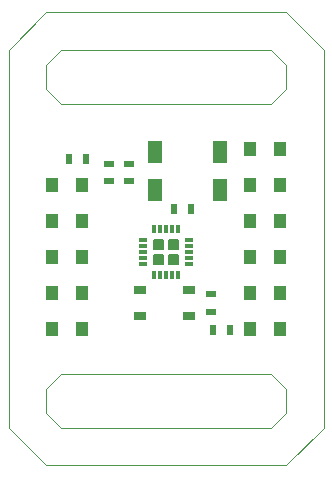
<source format=gtp>
G75*
%MOIN*%
%OFA0B0*%
%FSLAX24Y24*%
%IPPOS*%
%LPD*%
%AMOC8*
5,1,8,0,0,1.08239X$1,22.5*
%
%ADD10C,0.0040*%
%ADD11R,0.0287X0.0118*%
%ADD12R,0.0118X0.0287*%
%ADD13C,0.0050*%
%ADD14R,0.0236X0.0354*%
%ADD15R,0.0413X0.0256*%
%ADD16R,0.0354X0.0236*%
%ADD17R,0.0433X0.0492*%
%ADD18R,0.0512X0.0748*%
D10*
X001440Y000190D02*
X000190Y001440D01*
X000190Y014040D01*
X001440Y015290D01*
X009440Y015290D01*
X010690Y014040D01*
X010690Y001440D01*
X009440Y000190D01*
X001440Y000190D01*
X001940Y001440D02*
X001440Y001940D01*
X001440Y002740D01*
X001940Y003240D01*
X008940Y003240D01*
X009440Y002740D01*
X009440Y001940D01*
X008940Y001440D01*
X001940Y001440D01*
X001940Y012240D02*
X001440Y012740D01*
X001440Y013540D01*
X001940Y014040D01*
X008940Y014040D01*
X009440Y013540D01*
X009440Y012740D01*
X008940Y012240D01*
X001940Y012240D01*
D11*
X004668Y007684D03*
X004668Y007487D03*
X004668Y007290D03*
X004668Y007093D03*
X004668Y006896D03*
X006212Y006896D03*
X006212Y007093D03*
X006212Y007290D03*
X006212Y007487D03*
X006212Y007684D03*
D12*
X005834Y008062D03*
X005637Y008062D03*
X005440Y008062D03*
X005243Y008062D03*
X005046Y008062D03*
X005046Y006518D03*
X005243Y006518D03*
X005440Y006518D03*
X005637Y006518D03*
X005834Y006518D03*
D13*
X005834Y006896D02*
X005834Y007192D01*
X005538Y007192D01*
X005538Y006896D01*
X005834Y006896D01*
X005834Y006932D02*
X005538Y006932D01*
X005538Y006980D02*
X005834Y006980D01*
X005834Y007029D02*
X005538Y007029D01*
X005538Y007077D02*
X005834Y007077D01*
X005834Y007126D02*
X005538Y007126D01*
X005538Y007174D02*
X005834Y007174D01*
X005834Y007388D02*
X005538Y007388D01*
X005538Y007684D01*
X005834Y007684D01*
X005834Y007388D01*
X005834Y007417D02*
X005538Y007417D01*
X005538Y007465D02*
X005834Y007465D01*
X005834Y007514D02*
X005538Y007514D01*
X005538Y007562D02*
X005834Y007562D01*
X005834Y007611D02*
X005538Y007611D01*
X005538Y007659D02*
X005834Y007659D01*
X005342Y007659D02*
X005046Y007659D01*
X005046Y007684D02*
X005342Y007684D01*
X005342Y007388D01*
X005046Y007388D01*
X005046Y007684D01*
X005046Y007611D02*
X005342Y007611D01*
X005342Y007562D02*
X005046Y007562D01*
X005046Y007514D02*
X005342Y007514D01*
X005342Y007465D02*
X005046Y007465D01*
X005046Y007417D02*
X005342Y007417D01*
X005342Y007192D02*
X005342Y006896D01*
X005046Y006896D01*
X005046Y007192D01*
X005342Y007192D01*
X005342Y007174D02*
X005046Y007174D01*
X005046Y007126D02*
X005342Y007126D01*
X005342Y007077D02*
X005046Y007077D01*
X005046Y007029D02*
X005342Y007029D01*
X005342Y006980D02*
X005046Y006980D01*
X005046Y006932D02*
X005342Y006932D01*
D14*
X005695Y008740D03*
X006285Y008740D03*
X006995Y004690D03*
X007585Y004690D03*
X002785Y010390D03*
X002195Y010390D03*
D15*
X004573Y006013D03*
X004573Y005167D03*
X006207Y005167D03*
X006207Y006013D03*
D16*
X006940Y005885D03*
X006940Y005295D03*
X004190Y009645D03*
X004190Y010235D03*
X003540Y010235D03*
X003540Y009645D03*
D17*
X002632Y009540D03*
X002632Y008340D03*
X002632Y007140D03*
X002632Y005940D03*
X002632Y004740D03*
X001648Y004740D03*
X001648Y005940D03*
X001648Y007140D03*
X001648Y008340D03*
X001648Y009540D03*
X008248Y009540D03*
X008248Y008340D03*
X008248Y007140D03*
X008248Y005940D03*
X008248Y004740D03*
X009232Y004740D03*
X009232Y005940D03*
X009232Y007140D03*
X009232Y008340D03*
X009232Y009540D03*
X009232Y010740D03*
X008248Y010740D03*
D18*
X007223Y010620D03*
X007223Y009360D03*
X005057Y009360D03*
X005057Y010620D03*
M02*

</source>
